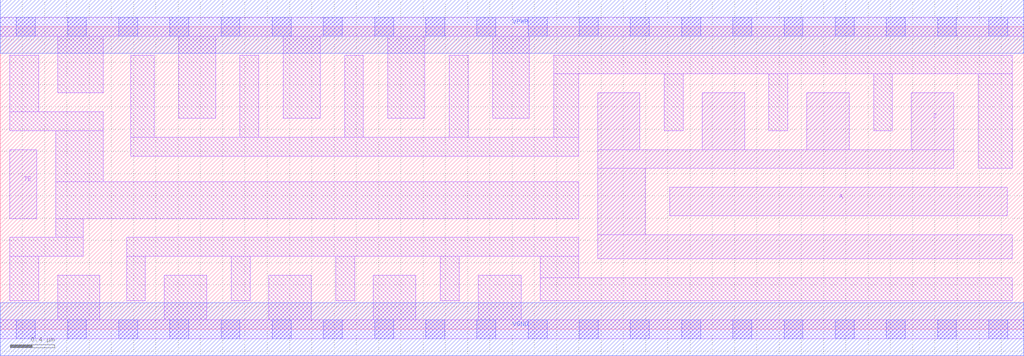
<source format=lef>
# Copyright 2020 The SkyWater PDK Authors
#
# Licensed under the Apache License, Version 2.0 (the "License");
# you may not use this file except in compliance with the License.
# You may obtain a copy of the License at
#
#     https://www.apache.org/licenses/LICENSE-2.0
#
# Unless required by applicable law or agreed to in writing, software
# distributed under the License is distributed on an "AS IS" BASIS,
# WITHOUT WARRANTIES OR CONDITIONS OF ANY KIND, either express or implied.
# See the License for the specific language governing permissions and
# limitations under the License.
#
# SPDX-License-Identifier: Apache-2.0

VERSION 5.7 ;
BUSBITCHARS "[]" ;
DIVIDERCHAR "/" ;
PROPERTYDEFINITIONS
  MACRO maskLayoutSubType STRING ;
  MACRO prCellType STRING ;
  MACRO originalViewName STRING ;
END PROPERTYDEFINITIONS
MACRO sky130_fd_sc_hdll__einvp_8
  ORIGIN  0.000000  0.000000 ;
  CLASS CORE ;
  SYMMETRY X Y R90 ;
  SIZE  9.200000 BY  2.720000 ;
  SITE unithd ;
  PIN A
    ANTENNAGATEAREA  2.220000 ;
    DIRECTION INPUT ;
    USE SIGNAL ;
    PORT
      LAYER li1 ;
        RECT 6.020000 1.020000 9.050000 1.275000 ;
    END
  END A
  PIN TE
    ANTENNAGATEAREA  1.057500 ;
    DIRECTION INPUT ;
    USE SIGNAL ;
    PORT
      LAYER li1 ;
        RECT 0.085000 0.995000 0.330000 1.615000 ;
    END
  END TE
  PIN Z
    ANTENNADIFFAREA  1.992000 ;
    DIRECTION OUTPUT ;
    USE SIGNAL ;
    PORT
      LAYER li1 ;
        RECT 5.370000 0.635000 9.095000 0.850000 ;
        RECT 5.370000 0.850000 5.800000 1.445000 ;
        RECT 5.370000 1.445000 8.570000 1.615000 ;
        RECT 5.370000 1.615000 5.750000 2.125000 ;
        RECT 6.310000 1.615000 6.690000 2.125000 ;
        RECT 7.250000 1.615000 7.630000 2.125000 ;
        RECT 8.190000 1.615000 8.570000 2.125000 ;
    END
  END Z
  PIN VGND
    DIRECTION INOUT ;
    USE GROUND ;
    PORT
      LAYER met1 ;
        RECT 0.000000 -0.240000 9.200000 0.240000 ;
    END
  END VGND
  PIN VPWR
    DIRECTION INOUT ;
    USE POWER ;
    PORT
      LAYER met1 ;
        RECT 0.000000 2.480000 9.200000 2.960000 ;
    END
  END VPWR
  OBS
    LAYER li1 ;
      RECT 0.000000 -0.085000 9.200000 0.085000 ;
      RECT 0.000000  2.635000 9.200000 2.805000 ;
      RECT 0.085000  0.255000 0.345000 0.655000 ;
      RECT 0.085000  0.655000 0.745000 0.825000 ;
      RECT 0.085000  1.785000 0.925000 1.955000 ;
      RECT 0.085000  1.955000 0.345000 2.465000 ;
      RECT 0.500000  0.825000 0.745000 0.995000 ;
      RECT 0.500000  0.995000 5.200000 1.325000 ;
      RECT 0.500000  1.325000 0.925000 1.785000 ;
      RECT 0.515000  0.085000 0.895000 0.485000 ;
      RECT 0.515000  2.125000 0.925000 2.635000 ;
      RECT 1.135000  0.255000 1.305000 0.655000 ;
      RECT 1.135000  0.655000 5.200000 0.825000 ;
      RECT 1.175000  1.555000 5.200000 1.725000 ;
      RECT 1.175000  1.725000 1.385000 2.465000 ;
      RECT 1.475000  0.085000 1.855000 0.485000 ;
      RECT 1.605000  1.895000 1.935000 2.635000 ;
      RECT 2.075000  0.255000 2.245000 0.655000 ;
      RECT 2.155000  1.725000 2.325000 2.465000 ;
      RECT 2.415000  0.085000 2.795000 0.485000 ;
      RECT 2.545000  1.895000 2.875000 2.635000 ;
      RECT 3.015000  0.255000 3.185000 0.655000 ;
      RECT 3.095000  1.725000 3.265000 2.465000 ;
      RECT 3.355000  0.085000 3.735000 0.485000 ;
      RECT 3.485000  1.895000 3.815000 2.635000 ;
      RECT 3.955000  0.255000 4.125000 0.655000 ;
      RECT 4.035000  1.725000 4.205000 2.465000 ;
      RECT 4.295000  0.085000 4.685000 0.485000 ;
      RECT 4.425000  1.895000 4.755000 2.635000 ;
      RECT 4.855000  0.255000 9.095000 0.465000 ;
      RECT 4.855000  0.465000 5.200000 0.655000 ;
      RECT 4.975000  1.725000 5.200000 2.295000 ;
      RECT 4.975000  2.295000 9.095000 2.465000 ;
      RECT 5.970000  1.785000 6.140000 2.295000 ;
      RECT 6.910000  1.785000 7.080000 2.295000 ;
      RECT 7.850000  1.785000 8.020000 2.295000 ;
      RECT 8.790000  1.445000 9.095000 2.295000 ;
    LAYER mcon ;
      RECT 0.145000 -0.085000 0.315000 0.085000 ;
      RECT 0.145000  2.635000 0.315000 2.805000 ;
      RECT 0.605000 -0.085000 0.775000 0.085000 ;
      RECT 0.605000  2.635000 0.775000 2.805000 ;
      RECT 1.065000 -0.085000 1.235000 0.085000 ;
      RECT 1.065000  2.635000 1.235000 2.805000 ;
      RECT 1.525000 -0.085000 1.695000 0.085000 ;
      RECT 1.525000  2.635000 1.695000 2.805000 ;
      RECT 1.985000 -0.085000 2.155000 0.085000 ;
      RECT 1.985000  2.635000 2.155000 2.805000 ;
      RECT 2.445000 -0.085000 2.615000 0.085000 ;
      RECT 2.445000  2.635000 2.615000 2.805000 ;
      RECT 2.905000 -0.085000 3.075000 0.085000 ;
      RECT 2.905000  2.635000 3.075000 2.805000 ;
      RECT 3.365000 -0.085000 3.535000 0.085000 ;
      RECT 3.365000  2.635000 3.535000 2.805000 ;
      RECT 3.825000 -0.085000 3.995000 0.085000 ;
      RECT 3.825000  2.635000 3.995000 2.805000 ;
      RECT 4.285000 -0.085000 4.455000 0.085000 ;
      RECT 4.285000  2.635000 4.455000 2.805000 ;
      RECT 4.745000 -0.085000 4.915000 0.085000 ;
      RECT 4.745000  2.635000 4.915000 2.805000 ;
      RECT 5.205000 -0.085000 5.375000 0.085000 ;
      RECT 5.205000  2.635000 5.375000 2.805000 ;
      RECT 5.665000 -0.085000 5.835000 0.085000 ;
      RECT 5.665000  2.635000 5.835000 2.805000 ;
      RECT 6.125000 -0.085000 6.295000 0.085000 ;
      RECT 6.125000  2.635000 6.295000 2.805000 ;
      RECT 6.585000 -0.085000 6.755000 0.085000 ;
      RECT 6.585000  2.635000 6.755000 2.805000 ;
      RECT 7.045000 -0.085000 7.215000 0.085000 ;
      RECT 7.045000  2.635000 7.215000 2.805000 ;
      RECT 7.505000 -0.085000 7.675000 0.085000 ;
      RECT 7.505000  2.635000 7.675000 2.805000 ;
      RECT 7.965000 -0.085000 8.135000 0.085000 ;
      RECT 7.965000  2.635000 8.135000 2.805000 ;
      RECT 8.425000 -0.085000 8.595000 0.085000 ;
      RECT 8.425000  2.635000 8.595000 2.805000 ;
      RECT 8.885000 -0.085000 9.055000 0.085000 ;
      RECT 8.885000  2.635000 9.055000 2.805000 ;
  END
  PROPERTY maskLayoutSubType "abstract" ;
  PROPERTY prCellType "standard" ;
  PROPERTY originalViewName "layout" ;
END sky130_fd_sc_hdll__einvp_8

</source>
